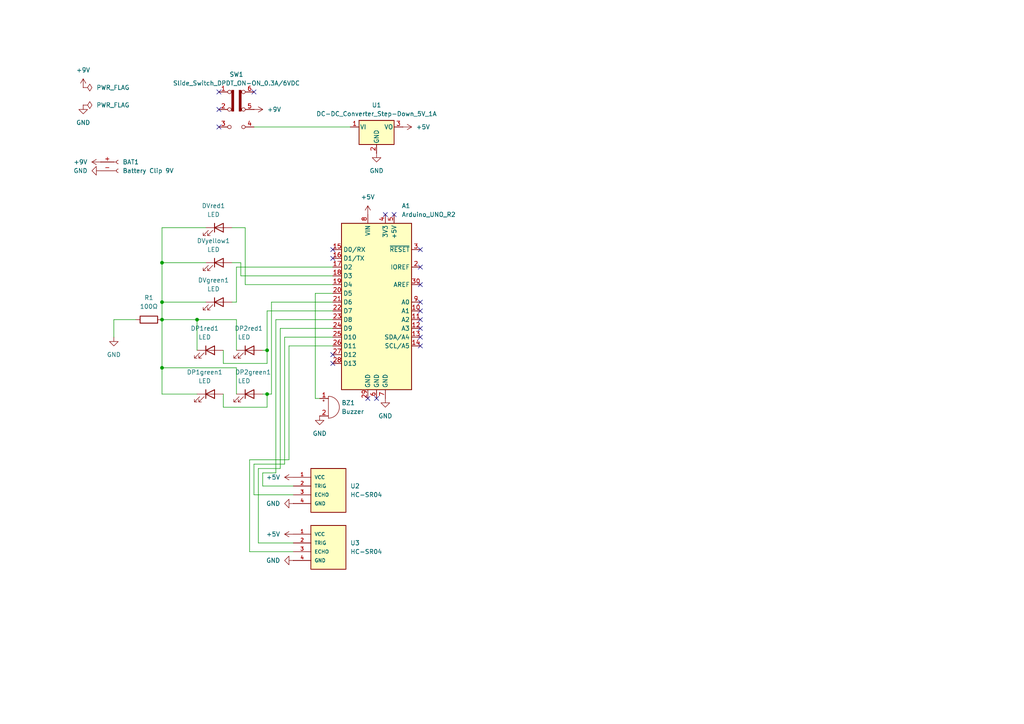
<source format=kicad_sch>
(kicad_sch (version 20231120) (generator "eeschema") (generator_version "8.0")
  (paper "A4")
  (lib_symbols
    (symbol "1 Grobotronics:Battery_Clip_9V" (pin_names (offset 1.016) hide)
      (property "Reference" "J1" (at 1.27 0.0001 0))
      (property "Value" "Battery Clip 9V" (at 1.27 -2.5399 0))
      (symbol "Battery_Clip_9V_1_1"
        (arc (start 0 -2.032) (mid -0.5058 -2.54) (end 0 -3.048) (stroke (width 0.1524)))
        (polyline (pts (xy -1.27 -2.54) (xy -0.508 -2.54)) (stroke (width 0.1524)))
        (polyline (pts (xy -1.27 0) (xy -0.508 0)) (stroke (width 0.1524)))
        (arc (start 0 0.508) (mid -0.5058 0) (end 0 -0.508) (stroke (width 0.1524)))
        (pin power_in line (at -5.08 0 0) (length 3.81) (name "Pin_1") (number "+"))
        (pin power_in line (at -5.08 -2.54 0) (length 3.81) (name "Pin_2") (number "-"))
      )
    )
    (symbol "1 Grobotronics:DC-DC_Converter_Step-Down_5V_1A" (pin_names (offset 0.254))
      (property "Reference" "U" (at -3.81 3.175 0))
      (property "Value" "DC-DC_Converter_Step-Down_5V_1A" (at -0.254 8.636 0))
      (symbol "DC-DC_Converter_Step-Down_5V_1A_0_1"
        (rectangle (start -5.08 1.905) (end 5.08 -5.08) (stroke (width 0.254)) (fill (type background)))
      )
      (symbol "DC-DC_Converter_Step-Down_5V_1A_1_1"
        (pin power_in line (at -7.62 0 0) (length 2.54) (name "VI") (number "1"))
        (pin power_in line (at 0 -7.62 90) (length 2.54) (name "GND") (number "2"))
        (pin power_out line (at 7.62 0 180) (length 2.54) (name "VO") (number "3"))
      )
    )
    (symbol "1 Grobotronics:Slide_Switch_DPDT_ON-ON_0.3A/6VDC" (pin_names (offset 0) hide)
      (property "Reference" "SW" (at 0 6.858 0))
      (property "Value" "Slide_Switch_DPDT_ON-ON_0.3A/6VDC" (at 17.018 14.986 0))
      (symbol "Slide_Switch_DPDT_ON-ON_0.3A/6VDC_0_0"
        (circle (center -2.032 -5.08) (radius 0.508))
        (circle (center -2.032 5.08) (radius 0.508))
        (circle (center 2.032 -5.08) (radius 0.508))
        (circle (center 2.032 0) (radius 0.508))
      )
      (symbol "Slide_Switch_DPDT_ON-ON_0.3A/6VDC_0_1"
        (circle (center -2.032 0) (radius 0.508))
        (circle (center 2.032 5.08) (radius 0.508))
      )
      (symbol "Slide_Switch_DPDT_ON-ON_0.3A/6VDC_1_1"
        (rectangle (start -1.397 5.588) (end -0.762 -0.508) (fill (type outline)))
        (rectangle (start 0.762 5.588) (end 1.397 -0.508) (fill (type outline)))
        (pin power_out line (at -5.08 5.08 0) (length 2.54) (name "A") (number "1"))
        (pin power_in line (at -5.08 0 0) (length 2.54) (name "B") (number "2"))
        (pin power_out line (at -5.08 -5.08 0) (length 2.54) (name "C") (number "3"))
        (pin power_out line (at 5.08 -5.08 180) (length 2.54) (name "A") (number "4"))
        (pin power_in line (at 5.08 0 180) (length 2.54) (name "B") (number "5"))
        (pin power_out line (at 5.08 5.08 180) (length 2.54) (name "C") (number "6"))
      )
    )
    (symbol "Device:Buzzer" (pin_names (offset 0.0254) hide)
      (property "Reference" "BZ" (at 3.81 1.27 0))
      (property "Value" "Buzzer" (at 3.81 -1.27 0))
      (symbol "Buzzer_0_1"
        (arc (start 0 -3.175) (mid 3.1612 0) (end 0 3.175))
        (polyline (pts (xy -1.651 1.905) (xy -1.143 1.905)))
        (polyline (pts (xy -1.397 2.159) (xy -1.397 1.651)))
        (polyline (pts (xy 0 3.175) (xy 0 -3.175)))
      )
      (symbol "Buzzer_1_1"
        (pin passive line (at -2.54 2.54 0) (length 2.54) (name "+") (number "1"))
        (pin passive line (at -2.54 -2.54 0) (length 2.54) (name "-") (number "2"))
      )
    )
    (symbol "Device:LED" (pin_numbers hide) (pin_names (offset 1.016) hide)
      (property "Reference" "D" (at 0 2.54 0))
      (property "Value" "LED" (at 0 -2.54 0))
      (symbol "LED_0_1"
        (polyline (pts (xy -1.27 -1.27) (xy -1.27 1.27)) (stroke (width 0.254)))
        (polyline (pts (xy -1.27 0) (xy 1.27 0)))
        (polyline (pts (xy 1.27 -1.27) (xy 1.27 1.27) (xy -1.27 0) (xy 1.27 -1.27)) (stroke (width 0.254)))
        (polyline (pts (xy -3.048 -0.762) (xy -4.572 -2.286) (xy -3.81 -2.286) (xy -4.572 -2.286) (xy -4.572 -1.524)))
        (polyline (pts (xy -1.778 -0.762) (xy -3.302 -2.286) (xy -2.54 -2.286) (xy -3.302 -2.286) (xy -3.302 -1.524)))
      )
      (symbol "LED_1_1"
        (pin passive line (at -3.81 0 0) (length 2.54) (name "K") (number "1"))
        (pin passive line (at 3.81 0 180) (length 2.54) (name "A") (number "2"))
      )
    )
    (symbol "Device:R" (pin_numbers hide) (pin_names (offset 0))
      (property "Reference" "R" (at 2.032 0 90))
      (property "Value" "R" (at 0 0 90))
      (symbol "R_0_1"
        (rectangle (start -1.016 -2.54) (end 1.016 2.54) (stroke (width 0.254)))
      )
      (symbol "R_1_1"
        (pin passive line (at 0 3.81 270) (length 1.27) (name "~") (number "1"))
        (pin passive line (at 0 -3.81 90) (length 1.27) (name "~") (number "2"))
      )
    )
    (symbol "HC-SR04:HC-SR04" (pin_names (offset 1.016))
      (property "Reference" "U" (at 0 5.0813 0))
      (property "Value" "HC-SR04" (at 0 -10.163 0))
      (symbol "HC-SR04_0_0"
        (rectangle (start 0 -7.62) (end 10.16 5.08) (stroke (width 0.254)) (fill (type background)))
        (pin power_in line (at -5.08 2.54 0) (length 5.08) (name "VCC") (number "1"))
        (pin bidirectional line (at -5.08 0 0) (length 5.08) (name "TRIG") (number "2"))
        (pin bidirectional line (at -5.08 -2.54 0) (length 5.08) (name "ECHO") (number "3"))
        (pin power_in line (at -5.08 -5.08 0) (length 5.08) (name "GND") (number "4"))
      )
    )
    (symbol "MCU_Module:Arduino_UNO_R2"
      (property "Reference" "A" (at -10.16 23.495 0))
      (property "Value" "Arduino_UNO_R2" (at 5.08 -26.67 0))
      (symbol "Arduino_UNO_R2_0_1"
        (rectangle (start -10.16 22.86) (end 10.16 -25.4) (stroke (width 0.254)) (fill (type background)))
      )
      (symbol "Arduino_UNO_R2_1_1"
        (pin no_connect line (at -10.16 -20.32 0) (length 2.54) hide (name "NC") (number "1"))
        (pin bidirectional line (at 12.7 -2.54 180) (length 2.54) (name "A1") (number "10"))
        (pin bidirectional line (at 12.7 -5.08 180) (length 2.54) (name "A2") (number "11"))
        (pin bidirectional line (at 12.7 -7.62 180) (length 2.54) (name "A3") (number "12"))
        (pin bidirectional line (at 12.7 -10.16 180) (length 2.54) (name "SDA/A4") (number "13"))
        (pin bidirectional line (at 12.7 -12.7 180) (length 2.54) (name "SCL/A5") (number "14"))
        (pin bidirectional line (at -12.7 15.24 0) (length 2.54) (name "D0/RX") (number "15"))
        (pin bidirectional line (at -12.7 12.7 0) (length 2.54) (name "D1/TX") (number "16"))
        (pin bidirectional line (at -12.7 10.16 0) (length 2.54) (name "D2") (number "17"))
        (pin bidirectional line (at -12.7 7.62 0) (length 2.54) (name "D3") (number "18"))
        (pin bidirectional line (at -12.7 5.08 0) (length 2.54) (name "D4") (number "19"))
        (pin output line (at 12.7 10.16 180) (length 2.54) (name "IOREF") (number "2"))
        (pin bidirectional line (at -12.7 2.54 0) (length 2.54) (name "D5") (number "20"))
        (pin bidirectional line (at -12.7 0 0) (length 2.54) (name "D6") (number "21"))
        (pin bidirectional line (at -12.7 -2.54 0) (length 2.54) (name "D7") (number "22"))
        (pin bidirectional line (at -12.7 -5.08 0) (length 2.54) (name "D8") (number "23"))
        (pin bidirectional line (at -12.7 -7.62 0) (length 2.54) (name "D9") (number "24"))
        (pin bidirectional line (at -12.7 -10.16 0) (length 2.54) (name "D10") (number "25"))
        (pin bidirectional line (at -12.7 -12.7 0) (length 2.54) (name "D11") (number "26"))
        (pin bidirectional line (at -12.7 -15.24 0) (length 2.54) (name "D12") (number "27"))
        (pin bidirectional line (at -12.7 -17.78 0) (length 2.54) (name "D13") (number "28"))
        (pin power_in line (at -2.54 -27.94 90) (length 2.54) (name "GND") (number "29"))
        (pin input line (at 12.7 15.24 180) (length 2.54) (name "~{RESET}") (number "3"))
        (pin input line (at 12.7 5.08 180) (length 2.54) (name "AREF") (number "30"))
        (pin power_out line (at 2.54 25.4 270) (length 2.54) (name "3V3") (number "4"))
        (pin power_out line (at 5.08 25.4 270) (length 2.54) (name "+5V") (number "5"))
        (pin power_in line (at 0 -27.94 90) (length 2.54) (name "GND") (number "6"))
        (pin power_in line (at 2.54 -27.94 90) (length 2.54) (name "GND") (number "7"))
        (pin power_in line (at -2.54 25.4 270) (length 2.54) (name "VIN") (number "8"))
        (pin bidirectional line (at 12.7 0 180) (length 2.54) (name "A0") (number "9"))
      )
    )
    (symbol "power:+5V" (power) (pin_numbers hide) (pin_names (offset 0) hide)
      (property "Value" "+5V" (at 0 3.556 0))
      (symbol "+5V_0_1"
        (polyline (pts (xy -0.762 1.27) (xy 0 2.54)))
        (polyline (pts (xy 0 0) (xy 0 2.54)))
        (polyline (pts (xy 0 2.54) (xy 0.762 1.27)))
      )
      (symbol "+5V_1_1"
        (pin power_in line (at 0 0 90) (length 0) (name "~") (number "1"))
      )
    )
    (symbol "power:+9V" (power) (pin_numbers hide) (pin_names (offset 0) hide)
      (property "Value" "+9V" (at 0 3.556 0))
      (symbol "+9V_0_1"
        (polyline (pts (xy -0.762 1.27) (xy 0 2.54)))
        (polyline (pts (xy 0 0) (xy 0 2.54)))
        (polyline (pts (xy 0 2.54) (xy 0.762 1.27)))
      )
      (symbol "+9V_1_1"
        (pin power_in line (at 0 0 90) (length 0) (name "~") (number "1"))
      )
    )
    (symbol "power:GND" (power) (pin_numbers hide) (pin_names (offset 0) hide)
      (property "Value" "GND" (at 0 -3.81 0))
      (symbol "GND_0_1"
        (polyline (pts (xy 0 0) (xy 0 -1.27) (xy 1.27 -1.27) (xy 0 -2.54) (xy -1.27 -1.27) (xy 0 -1.27)))
      )
      (symbol "GND_1_1"
        (pin power_in line (at 0 0 270) (length 0) (name "~") (number "1"))
      )
    )
    (symbol "power:PWR_FLAG" (power) (pin_numbers hide) (pin_names (offset 0) hide)
      (property "Value" "PWR_FLAG" (at 0 3.81 0))
      (symbol "PWR_FLAG_0_0"
        (pin power_out line (at 0 0 90) (length 0) (name "~") (number "1"))
      )
      (symbol "PWR_FLAG_0_1"
        (polyline (pts (xy 0 0) (xy 0 1.27) (xy -1.016 1.905) (xy 0 2.54) (xy 1.016 1.905) (xy 0 1.27)))
      )
    )
  )
  (junction (at 46.99 92.71))
  (junction (at 77.47 101.6))
  (junction (at 46.99 87.63))
  (junction (at 77.47 114.3))
  (junction (at 46.99 106.68))
  (junction (at 46.99 76.2))
  (junction (at 57.15 92.71))
  (no_connect (at 96.52 74.93))
  (no_connect (at 106.68 115.57))
  (no_connect (at 121.92 77.47))
  (no_connect (at 63.5 36.83))
  (no_connect (at 63.5 31.75))
  (no_connect (at 73.66 26.67))
  (no_connect (at 114.3 62.23))
  (no_connect (at 121.92 90.17))
  (no_connect (at 121.92 97.79))
  (no_connect (at 109.22 115.57))
  (no_connect (at 96.52 102.87))
  (no_connect (at 121.92 82.55))
  (no_connect (at 121.92 95.25))
  (no_connect (at 111.76 62.23))
  (no_connect (at 121.92 87.63))
  (no_connect (at 96.52 72.39))
  (no_connect (at 96.52 105.41))
  (no_connect (at 121.92 100.33))
  (no_connect (at 63.5 26.67))
  (no_connect (at 121.92 92.71))
  (no_connect (at 121.92 72.39))
  (wire (pts (xy 76.2 140.97) (xy 85.09 140.97)))
  (wire (pts (xy 46.99 106.68) (xy 46.99 92.71)))
  (wire (pts (xy 72.39 160.02) (xy 85.09 160.02)))
  (wire (pts (xy 67.31 66.04) (xy 71.12 66.04)))
  (wire (pts (xy 91.44 85.09) (xy 91.44 115.57)))
  (wire (pts (xy 83.82 100.33) (xy 83.82 133.35)))
  (wire (pts (xy 96.52 92.71) (xy 80.01 92.71)))
  (wire (pts (xy 46.99 114.3) (xy 46.99 106.68)))
  (wire (pts (xy 81.28 135.89) (xy 74.93 135.89)))
  (wire (pts (xy 77.47 101.6) (xy 76.2 101.6)))
  (wire (pts (xy 59.69 87.63) (xy 46.99 87.63)))
  (wire (pts (xy 64.77 114.3) (xy 64.77 118.11)))
  (wire (pts (xy 73.66 134.62) (xy 73.66 143.51)))
  (wire (pts (xy 59.69 66.04) (xy 46.99 66.04)))
  (wire (pts (xy 46.99 92.71) (xy 57.15 92.71)))
  (wire (pts (xy 73.66 143.51) (xy 85.09 143.51)))
  (wire (pts (xy 57.15 92.71) (xy 68.58 92.71)))
  (wire (pts (xy 64.77 101.6) (xy 64.77 105.41)))
  (wire (pts (xy 57.15 114.3) (xy 46.99 114.3)))
  (wire (pts (xy 77.47 90.17) (xy 77.47 101.6)))
  (wire (pts (xy 68.58 87.63) (xy 68.58 77.47)))
  (wire (pts (xy 80.01 92.71) (xy 80.01 137.16)))
  (wire (pts (xy 77.47 114.3) (xy 76.2 114.3)))
  (wire (pts (xy 68.58 114.3) (xy 68.58 106.68)))
  (wire (pts (xy 74.93 135.89) (xy 74.93 157.48)))
  (wire (pts (xy 96.52 87.63) (xy 78.74 87.63)))
  (wire (pts (xy 78.74 114.3) (xy 77.47 114.3)))
  (wire (pts (xy 77.47 105.41) (xy 77.47 101.6)))
  (wire (pts (xy 69.85 80.01) (xy 96.52 80.01)))
  (wire (pts (xy 96.52 100.33) (xy 83.82 100.33)))
  (wire (pts (xy 82.55 97.79) (xy 82.55 134.62)))
  (wire (pts (xy 57.15 101.6) (xy 57.15 92.71)))
  (wire (pts (xy 78.74 87.63) (xy 78.74 114.3)))
  (wire (pts (xy 74.93 157.48) (xy 85.09 157.48)))
  (wire (pts (xy 67.31 76.2) (xy 69.85 76.2)))
  (wire (pts (xy 96.52 97.79) (xy 82.55 97.79)))
  (wire (pts (xy 69.85 76.2) (xy 69.85 80.01)))
  (wire (pts (xy 46.99 66.04) (xy 46.99 76.2)))
  (wire (pts (xy 67.31 87.63) (xy 68.58 87.63)))
  (wire (pts (xy 82.55 134.62) (xy 73.66 134.62)))
  (wire (pts (xy 96.52 90.17) (xy 77.47 90.17)))
  (wire (pts (xy 81.28 95.25) (xy 81.28 135.89)))
  (wire (pts (xy 68.58 106.68) (xy 46.99 106.68)))
  (wire (pts (xy 68.58 77.47) (xy 96.52 77.47)))
  (wire (pts (xy 96.52 85.09) (xy 91.44 85.09)))
  (wire (pts (xy 71.12 82.55) (xy 96.52 82.55)))
  (wire (pts (xy 91.44 115.57) (xy 92.71 115.57)))
  (wire (pts (xy 59.69 76.2) (xy 46.99 76.2)))
  (wire (pts (xy 80.01 137.16) (xy 76.2 137.16)))
  (wire (pts (xy 46.99 87.63) (xy 46.99 92.71)))
  (wire (pts (xy 83.82 133.35) (xy 72.39 133.35)))
  (wire (pts (xy 72.39 133.35) (xy 72.39 160.02)))
  (wire (pts (xy 46.99 76.2) (xy 46.99 87.63)))
  (wire (pts (xy 76.2 137.16) (xy 76.2 140.97)))
  (wire (pts (xy 101.6 36.83) (xy 73.66 36.83)))
  (wire (pts (xy 68.58 101.6) (xy 68.58 92.71)))
  (wire (pts (xy 96.52 95.25) (xy 81.28 95.25)))
  (wire (pts (xy 71.12 66.04) (xy 71.12 82.55)))
  (wire (pts (xy 77.47 118.11) (xy 77.47 114.3)))
  (wire (pts (xy 64.77 118.11) (xy 77.47 118.11)))
  (wire (pts (xy 33.02 92.71) (xy 33.02 97.79)))
  (wire (pts (xy 39.37 92.71) (xy 33.02 92.71)))
  (wire (pts (xy 64.77 105.41) (xy 77.47 105.41)))
  (symbol (lib_id "power:GND") (at 24.13 30.48 0) (unit 1)
    (property "Reference" "#PWR03" (effects (hide yes)))
    (property "Value" "GND" (at 24.13 35.56 0))
    (property "Description" "Power symbol creates a global label with name \"GND\" , ground" (effects (hide yes)))
  )
  (symbol (lib_id "power:PWR_FLAG") (at 24.13 30.48 270) (unit 1)
    (property "Reference" "#FLG03" (effects (hide yes)))
    (property "Value" "PWR_FLAG" (at 27.94 30.4799 90) (effects (justify left)))
    (property "Description" "Special symbol for telling ERC where power comes from" (effects (hide yes)))
  )
  (symbol (lib_id "power:+5V") (at 116.84 36.83 270) (unit 1)
    (property "Reference" "#PWR07" (effects (hide yes)))
    (property "Value" "+5V" (at 120.65 36.8299 90) (effects (justify left)))
    (property "Description" "Power symbol creates a global label with name \"+5V\"" (effects (hide yes)))
  )
  (symbol (lib_id "power:GND") (at 29.21 49.53 270) (unit 1)
    (property "Reference" "#PWR04" (effects (hide yes)))
    (property "Value" "GND" (at 25.4 49.5299 90) (effects (justify right)))
    (property "Description" "Power symbol creates a global label with name \"GND\" , ground" (effects (hide yes)))
  )
  (symbol (lib_id "power:+9V") (at 24.13 25.4 0) (unit 1)
    (property "Reference" "#PWR02" (effects (hide yes)))
    (property "Value" "+9V" (at 24.13 20.32 0))
    (property "Description" "Power symbol creates a global label with name \"+9V\"" (effects (hide yes)))
  )
  (symbol (lib_id "Device:LED") (at 72.39 114.3 0) (unit 1)
    (property "Reference" "DP2green1" (at 73.406 107.95 0))
    (property "Value" "LED" (at 70.8025 110.49 0))
    (property "Footprint" "LED_THT:LED_D2.0mm_W4.8mm_H2.5mm_FlatTop" (effects (hide yes)))
    (property "Description" "Light emitting diode" (effects (hide yes)))
  )
  (symbol (lib_id "power:GND") (at 85.09 162.56 270) (unit 1)
    (property "Reference" "#PWR015" (effects (hide yes)))
    (property "Value" "GND" (at 81.28 162.5599 90) (effects (justify right)))
    (property "Description" "Power symbol creates a global label with name \"GND\" , ground" (effects (hide yes)))
  )
  (symbol (lib_id "1 Grobotronics:DC-DC_Converter_Step-Down_5V_1A") (at 109.22 36.83 0) (unit 1)
    (property "Reference" "U1" (at 109.22 30.48 0))
    (property "Value" "DC-DC_Converter_Step-Down_5V_1A" (at 109.22 33.02 0))
    (property "Footprint" "Package_TO_SOT_THT:TO-220-3_Vertical" (effects (hide yes)))
    (property "Description" "39-00013271" (effects (hide yes)))
  )
  (symbol (lib_id "power:GND") (at 85.09 146.05 270) (unit 1)
    (property "Reference" "#PWR014" (effects (hide yes)))
    (property "Value" "GND" (at 81.28 146.0499 90) (effects (justify right)))
    (property "Description" "Power symbol creates a global label with name \"GND\" , ground" (effects (hide yes)))
  )
  (symbol (lib_id "Device:LED") (at 63.5 76.2 0) (unit 1)
    (property "Reference" "DVyellow1" (at 61.9125 69.85 0))
    (property "Value" "LED" (at 61.9125 72.39 0))
    (property "Footprint" "LED_THT:LED_D2.0mm_W4.8mm_H2.5mm_FlatTop" (effects (hide yes)))
    (property "Description" "Light emitting diode" (effects (hide yes)))
  )
  (symbol (lib_id "Device:LED") (at 63.5 66.04 0) (unit 1)
    (property "Reference" "DVred1" (at 61.9125 59.69 0))
    (property "Value" "LED" (at 61.9125 62.23 0))
    (property "Footprint" "LED_THT:LED_D2.0mm_W4.8mm_H2.5mm_FlatTop" (effects (hide yes)))
    (property "Description" "Light emitting diode" (effects (hide yes)))
  )
  (symbol (lib_id "Device:LED") (at 72.39 101.6 0) (unit 1)
    (property "Reference" "DP2red1" (at 72.136 95.25 0))
    (property "Value" "LED" (at 70.8025 97.79 0))
    (property "Footprint" "LED_THT:LED_D2.0mm_W4.8mm_H2.5mm_FlatTop" (effects (hide yes)))
    (property "Description" "Light emitting diode" (effects (hide yes)))
  )
  (symbol (lib_id "Device:Buzzer") (at 95.25 118.11 0) (unit 1)
    (property "Reference" "BZ1" (at 99.06 116.8399 0) (effects (justify left)))
    (property "Value" "Buzzer" (at 99.06 119.3799 0) (effects (justify left)))
    (property "Footprint" "Buzzer_Beeper:Buzzer_D14mm_H7mm_P10mm" (effects (hide yes)))
    (property "Description" "Buzzer, polarized" (effects (hide yes)))
  )
  (symbol (lib_id "power:PWR_FLAG") (at 24.13 25.4 270) (unit 1)
    (property "Reference" "#FLG02" (effects (hide yes)))
    (property "Value" "PWR_FLAG" (at 27.94 25.3999 90) (effects (justify left)))
    (property "Description" "Special symbol for telling ERC where power comes from" (effects (hide yes)))
  )
  (symbol (lib_id "HC-SR04:HC-SR04") (at 90.17 140.97 0) (unit 1)
    (property "Reference" "U2" (at 101.6 140.9699 0) (effects (justify left)))
    (property "Value" "HC-SR04" (at 101.6 143.5099 0) (effects (justify left)))
    (property "Footprint" "HC-SR04:XCVR_HC-SR04" (effects (hide yes)))
    (property "MF" "SparkFun Electronics" (effects (hide yes)))
    (property "Description_1" "\n                        \n                            HC-SR04 Ultrasonic Sensor Qwiic Platform Evaluation Expansion Board\n                        \n" (effects (hide yes)))
    (property "Package" "None" (effects (hide yes)))
    (property "Price" "None" (effects (hide yes)))
    (property "Check_prices" "https://www.snapeda.com/parts/HC-SR04/SparkFun/view-part/?ref=eda" (effects (hide yes)))
    (property "SnapEDA_Link" "https://www.snapeda.com/parts/HC-SR04/SparkFun/view-part/?ref=snap" (effects (hide yes)))
    (property "MP" "HC-SR04" (effects (hide yes)))
    (property "Availability" "Not in stock" (effects (hide yes)))
    (property "MANUFACTURER" "Osepp" (effects (hide yes)))
  )
  (symbol (lib_id "MCU_Module:Arduino_UNO_R2") (at 109.22 87.63 0) (unit 1)
    (property "Reference" "A1" (at 116.4941 59.69 0) (effects (justify left)))
    (property "Value" "Arduino_UNO_R2" (at 116.4941 62.23 0) (effects (justify left)))
    (property "Footprint" "Module:Arduino_UNO_R2" (effects (hide yes)))
    (property "Datasheet" "https://www.arduino.cc/en/Main/arduinoBoardUno" (effects (hide yes)))
    (property "Description" "Arduino UNO Microcontroller Module, release 2" (effects (hide yes)))
  )
  (symbol (lib_id "Device:LED") (at 60.96 101.6 0) (unit 1)
    (property "Reference" "DP1red1" (at 59.3725 95.25 0))
    (property "Value" "LED" (at 59.3725 97.79 0))
    (property "Footprint" "LED_THT:LED_D2.0mm_W4.8mm_H2.5mm_FlatTop" (effects (hide yes)))
    (property "Description" "Light emitting diode" (effects (hide yes)))
  )
  (symbol (lib_id "power:+9V") (at 73.66 31.75 270) (unit 1)
    (property "Reference" "#PWR05" (effects (hide yes)))
    (property "Value" "+9V" (at 77.47 31.7499 90) (effects (justify left)))
    (property "Description" "Power symbol creates a global label with name \"+9V\"" (effects (hide yes)))
  )
  (symbol (lib_id "HC-SR04:HC-SR04") (at 90.17 157.48 0) (unit 1)
    (property "Reference" "U3" (at 101.6 157.4799 0) (effects (justify left)))
    (property "Value" "HC-SR04" (at 101.6 160.0199 0) (effects (justify left)))
    (property "Footprint" "HC-SR04:XCVR_HC-SR04" (effects (hide yes)))
    (property "MF" "SparkFun Electronics" (effects (hide yes)))
    (property "Description_1" "\n                        \n                            HC-SR04 Ultrasonic Sensor Qwiic Platform Evaluation Expansion Board\n                        \n" (effects (hide yes)))
    (property "Package" "None" (effects (hide yes)))
    (property "Price" "None" (effects (hide yes)))
    (property "Check_prices" "https://www.snapeda.com/parts/HC-SR04/SparkFun/view-part/?ref=eda" (effects (hide yes)))
    (property "SnapEDA_Link" "https://www.snapeda.com/parts/HC-SR04/SparkFun/view-part/?ref=snap" (effects (hide yes)))
    (property "MP" "HC-SR04" (effects (hide yes)))
    (property "Availability" "Not in stock" (effects (hide yes)))
    (property "MANUFACTURER" "Osepp" (effects (hide yes)))
  )
  (symbol (lib_id "power:GND") (at 92.71 120.65 0) (unit 1)
    (property "Reference" "#PWR011" (effects (hide yes)))
    (property "Value" "GND" (at 92.71 125.73 0))
    (property "Description" "Power symbol creates a global label with name \"GND\" , ground" (effects (hide yes)))
  )
  (symbol (lib_id "Device:LED") (at 60.96 114.3 0) (unit 1)
    (property "Reference" "DP1green1" (at 59.3725 107.95 0))
    (property "Value" "LED" (at 59.3725 110.49 0))
    (property "Footprint" "LED_THT:LED_D2.0mm_W4.8mm_H2.5mm_FlatTop" (effects (hide yes)))
    (property "Description" "Light emitting diode" (effects (hide yes)))
  )
  (symbol (lib_id "1 Grobotronics:Slide_Switch_DPDT_ON-ON_0.3A/6VDC") (at 68.58 31.75 0) (unit 1)
    (property "Reference" "SW1" (at 68.58 21.59 0))
    (property "Value" "Slide_Switch_DPDT_ON-ON_0.3A/6VDC" (at 68.58 24.13 0))
    (property "Footprint" "Button_Switch_THT:SW_CK_JS202011CQN_DPDT_Straight" (effects (hide yes)))
    (property "Description" "05-00022351" (effects (hide yes)))
  )
  (symbol (lib_id "Device:R") (at 43.18 92.71 90) (unit 1)
    (property "Reference" "R1" (at 43.18 86.36 90))
    (property "Value" "100Ω" (at 43.18 88.9 90))
    (property "Footprint" "Resistor_THT:R_Axial_DIN0204_L3.6mm_D1.6mm_P7.62mm_Horizontal" (effects (hide yes)))
    (property "Description" "Resistor" (effects (hide yes)))
  )
  (symbol (lib_id "power:+5V") (at 106.68 62.23 0) (unit 1)
    (property "Reference" "#PWR08" (effects (hide yes)))
    (property "Value" "+5V" (at 106.68 57.15 0))
    (property "Description" "Power symbol creates a global label with name \"+5V\"" (effects (hide yes)))
  )
  (symbol (lib_id "power:+5V") (at 85.09 138.43 90) (unit 1)
    (property "Reference" "#PWR012" (effects (hide yes)))
    (property "Value" "+5V" (at 81.28 138.4299 90) (effects (justify left)))
    (property "Description" "Power symbol creates a global label with name \"+5V\"" (effects (hide yes)))
  )
  (symbol (lib_id "power:GND") (at 111.76 115.57 0) (unit 1)
    (property "Reference" "#PWR09" (effects (hide yes)))
    (property "Value" "GND" (at 111.76 120.65 0))
    (property "Description" "Power symbol creates a global label with name \"GND\" , ground" (effects (hide yes)))
  )
  (symbol (lib_id "power:+9V") (at 29.21 46.99 90) (unit 1)
    (property "Reference" "#PWR01" (effects (hide yes)))
    (property "Value" "+9V" (at 25.4 46.9899 90) (effects (justify left)))
    (property "Description" "Power symbol creates a global label with name \"+9V\"" (effects (hide yes)))
  )
  (symbol (lib_id "power:GND") (at 109.22 44.45 0) (unit 1)
    (property "Reference" "#PWR06" (effects (hide yes)))
    (property "Value" "GND" (at 109.22 49.53 0))
    (property "Description" "Power symbol creates a global label with name \"GND\" , ground" (effects (hide yes)))
  )
  (symbol (lib_id "1 Grobotronics:Battery_Clip_9V") (at 34.29 46.99 0) (unit 1)
    (property "Reference" "BAT1" (at 35.56 46.9899 0) (effects (justify left)))
    (property "Value" "Battery Clip 9V" (at 35.56 49.5299 0) (effects (justify left)))
    (property "Footprint" "! Grobotronics:Battery_Clip_9V" (effects (hide yes)))
    (property "Description" "29-00012827" (effects (hide yes)))
  )
  (symbol (lib_id "Device:LED") (at 63.5 87.63 0) (unit 1)
    (property "Reference" "DVgreen1" (at 61.9125 81.28 0))
    (property "Value" "LED" (at 61.9125 83.82 0))
    (property "Footprint" "LED_THT:LED_D2.0mm_W4.8mm_H2.5mm_FlatTop" (effects (hide yes)))
    (property "Description" "Light emitting diode" (effects (hide yes)))
  )
  (symbol (lib_id "power:+5V") (at 85.09 154.94 90) (unit 1)
    (property "Reference" "#PWR013" (effects (hide yes)))
    (property "Value" "+5V" (at 81.28 154.9399 90) (effects (justify left)))
    (property "Description" "Power symbol creates a global label with name \"+5V\"" (effects (hide yes)))
  )
  (symbol (lib_id "power:GND") (at 33.02 97.79 0) (unit 1)
    (property "Reference" "#PWR010" (effects (hide yes)))
    (property "Value" "GND" (at 33.02 102.87 0))
    (property "Description" "Power symbol creates a global label with name \"GND\" , ground" (effects (hide yes)))
  )
)
</source>
